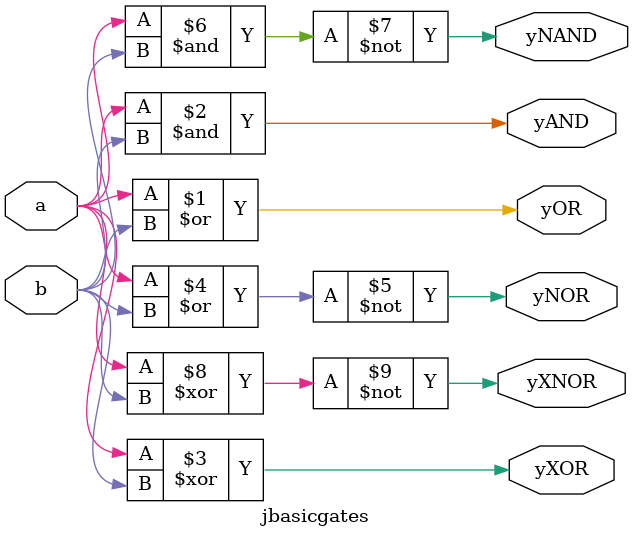
<source format=v>
/* verilator lint_off UNUSED */
module jbasicgates(yOR,yAND,yXOR,yNOR,yNAND,yXNOR,a,b);
  output yOR,yAND,yXOR,yNOR,yNAND,yXNOR;
  input a,b;
  
  assign yOR = a | b;
  assign yAND = a & b;
  assign yXOR = a ^ b;
  assign yNOR = ~(a | b);
  assign yNAND = ~(a & b);
  assign yXNOR = ~(a ^ b);
  
endmodule

</source>
